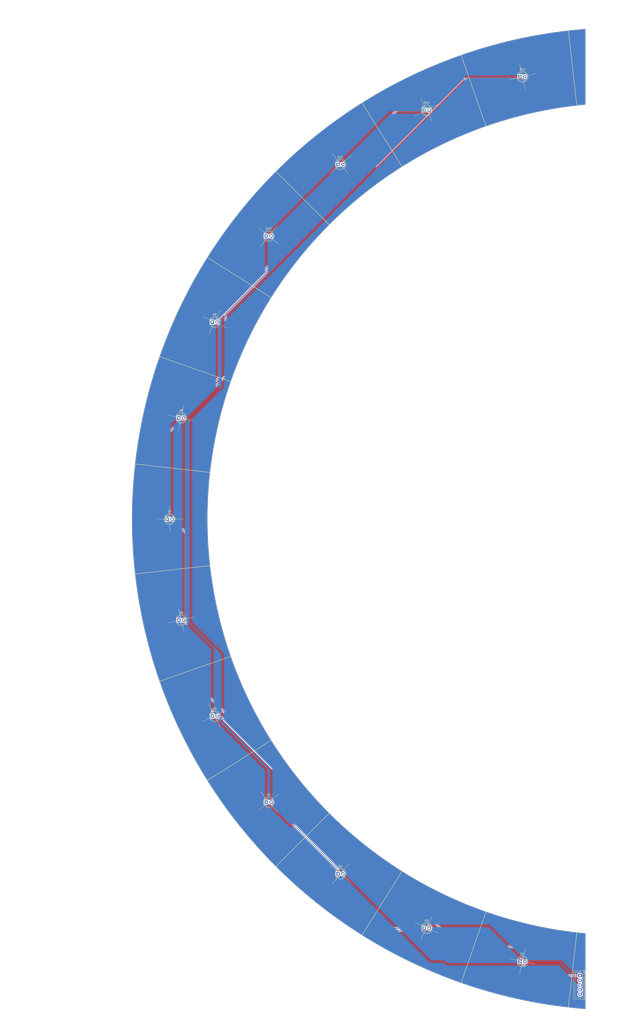
<source format=kicad_pcb>
(kicad_pcb (version 20221018) (generator pcbnew)
  (layers (0 "F.Cu" signal) (31 "B.Cu" signal) (34 "B.Paste" user) (35 "F.Paste" user) (36 "B.SilkS" user "B.Silkscreen") (37 "F.SilkS" user "F.Silkscreen") (38 "B.Mask" user) (39 "F.Mask" user) (44 "Edge.Cuts" user))
  (net 0 "")
  (net 1 "NOWCAST_B")
  (net 2 "NOWCAST_A")
  (net 3 "NOWCAST_C")
  (net 4 "NOWCAST_D")
  (net 5 "NOWCAST_E")
  (footprint "LED_THT:LED_D5.0mm" (layer "F.Cu") (at 701.56 461.2)
    (fp_text reference "D9" (at 1.27 -3.96) (layer "F.SilkS"))
    (fp_text value "LED")
    (fp_line (start -1.29 -1.545) (end -1.29 1.545) (stroke (width 0.12)) (layer "F.SilkS"))
    (fp_arc (start -1.29 -1.54483) (mid 2.072002 -2.880433) (end 4.26 0.000462) (stroke (width 0.12)) (layer "F.SilkS"))
    (fp_arc (start 4.26 -0.000462) (mid 2.072002 2.880433) (end -1.29 1.54483) (stroke (width 0.12)) (layer "F.SilkS"))
    (fp_circle (center 1.27 0) (end 3.77 0) (stroke (width 0.12)) (fill none) (layer "F.SilkS"))
    (pad "1" thru_hole rect (at 0 0) (size 1.8 1.8) (drill 0.9) (layers "*.Cu" "*.Mask") (net 2 "NOWCAST_A"))
    (pad "2" thru_hole circle (at 2.54 0) (size 1.8 1.8) (drill 0.9) (layers "*.Cu" "*.Mask") (net 3 "NOWCAST_C"))
  )
  (footprint "LED_THT:LED_D5.0mm" (layer "F.Cu") (at 683.825 511.875)
    (fp_text reference "D8" (at 1.27 -3.96) (layer "F.SilkS"))
    (fp_text value "LED")
    (fp_line (start -1.29 -1.545) (end -1.29 1.545) (stroke (width 0.12)) (layer "F.SilkS"))
    (fp_arc (start -1.29 -1.54483) (mid 2.072002 -2.880433) (end 4.26 0.000462) (stroke (width 0.12)) (layer "F.SilkS"))
    (fp_arc (start 4.26 -0.000462) (mid 2.072002 2.880433) (end -1.29 1.54483) (stroke (width 0.12)) (layer "F.SilkS"))
    (fp_circle (center 1.27 0) (end 3.77 0) (stroke (width 0.12)) (fill none) (layer "F.SilkS"))
    (pad "1" thru_hole rect (at 0 0) (size 1.8 1.8) (drill 0.9) (layers "*.Cu" "*.Mask") (net 5 "NOWCAST_E"))
    (pad "2" thru_hole circle (at 2.54 0) (size 1.8 1.8) (drill 0.9) (layers "*.Cu" "*.Mask") (net 4 "NOWCAST_D"))
  )
  (footprint "LED_THT:LED_D5.0mm" (layer "F.Cu") (at 864.36 331.425)
    (fp_text reference "D13" (at 1.27 -3.96) (layer "F.SilkS"))
    (fp_text value "LED")
    (fp_line (start -1.29 -1.545) (end -1.29 1.545) (stroke (width 0.12)) (layer "F.SilkS"))
    (fp_arc (start -1.29 -1.54483) (mid 2.072002 -2.880433) (end 4.26 0.000462) (stroke (width 0.12)) (layer "F.SilkS"))
    (fp_arc (start 4.26 -0.000462) (mid 2.072002 2.880433) (end -1.29 1.54483) (stroke (width 0.12)) (layer "F.SilkS"))
    (fp_circle (center 1.27 0) (end 3.77 0) (stroke (width 0.12)) (fill none) (layer "F.SilkS"))
    (pad "1" thru_hole rect (at 0 0) (size 1.8 1.8) (drill 0.9) (layers "*.Cu" "*.Mask") (net 1 "NOWCAST_B"))
    (pad "2" thru_hole circle (at 2.54 0) (size 1.8 1.8) (drill 0.9) (layers "*.Cu" "*.Mask") (net 4 "NOWCAST_D"))
  )
  (footprint "LED_THT:LED_D5.0mm" (layer "F.Cu") (at 730.15 715.075)
    (fp_text reference "D4" (at 1.27 -3.96) (layer "F.SilkS"))
    (fp_text value "LED")
    (fp_line (start -1.29 -1.545) (end -1.29 1.545) (stroke (width 0.12)) (layer "F.SilkS"))
    (fp_arc (start -1.29 -1.54483) (mid 2.072002 -2.880433) (end 4.26 0.000462) (stroke (width 0.12)) (layer "F.SilkS"))
    (fp_arc (start 4.26 -0.000462) (mid 2.072002 2.880433) (end -1.29 1.54483) (stroke (width 0.12)) (layer "F.SilkS"))
    (fp_circle (center 1.27 0) (end 3.77 0) (stroke (width 0.12)) (fill none) (layer "F.SilkS"))
    (pad "1" thru_hole rect (at 0 0) (size 1.8 1.8) (drill 0.9) (layers "*.Cu" "*.Mask") (net 3 "NOWCAST_C"))
    (pad "2" thru_hole circle (at 2.54 0) (size 1.8 1.8) (drill 0.9) (layers "*.Cu" "*.Mask") (net 1 "NOWCAST_B"))
  )
  (footprint "LED_THT:LED_D5.0mm" (layer "F.Cu") (at 677.775 565.375)
    (fp_text reference "D7" (at 1.27 -3.96) (layer "F.SilkS"))
    (fp_text value "LED")
    (fp_line (start -1.29 -1.545) (end -1.29 1.545) (stroke (width 0.12)) (layer "F.SilkS"))
    (fp_arc (start -1.29 -1.54483) (mid 2.072002 -2.880433) (end 4.26 0.000462) (stroke (width 0.12)) (layer "F.SilkS"))
    (fp_arc (start 4.26 -0.000462) (mid 2.072002 2.880433) (end -1.29 1.54483) (stroke (width 0.12)) (layer "F.SilkS"))
    (fp_circle (center 1.27 0) (end 3.77 0) (stroke (width 0.12)) (fill none) (layer "F.SilkS"))
    (pad "1" thru_hole rect (at 0 0) (size 1.8 1.8) (drill 0.9) (layers "*.Cu" "*.Mask") (net 4 "NOWCAST_D"))
    (pad "2" thru_hole circle (at 2.54 0) (size 1.8 1.8) (drill 0.9) (layers "*.Cu" "*.Mask") (net 5 "NOWCAST_E"))
  )
  (footprint "LED_THT:LED_D5.0mm" (layer "F.Cu") (at 864.36 799.375)
    (fp_text reference "D1" (at 1.27 -3.96) (layer "F.SilkS"))
    (fp_text value "LED")
    (fp_line (start -1.29 -1.545) (end -1.29 1.545) (stroke (width 0.12)) (layer "F.SilkS"))
    (fp_arc (start -1.29 -1.54483) (mid 2.072002 -2.880433) (end 4.26 0.000462) (stroke (width 0.12)) (layer "F.SilkS"))
    (fp_arc (start 4.26 -0.000462) (mid 2.072002 2.880433) (end -1.29 1.54483) (stroke (width 0.12)) (layer "F.SilkS"))
    (fp_circle (center 1.27 0) (end 3.77 0) (stroke (width 0.12)) (fill none) (layer "F.SilkS"))
    (pad "1" thru_hole rect (at 0 0) (size 1.8 1.8) (drill 0.9) (layers "*.Cu" "*.Mask") (net 2 "NOWCAST_A"))
    (pad "2" thru_hole circle (at 2.54 0) (size 1.8 1.8) (drill 0.9) (layers "*.Cu" "*.Mask") (net 1 "NOWCAST_B"))
  )
  (footprint "LED_THT:LED_D5.0mm" (layer "F.Cu") (at 768.075 377.775)
    (fp_text reference "D11" (at 1.27 -3.96) (layer "F.SilkS"))
    (fp_text value "LED")
    (fp_line (start -1.29 -1.545) (end -1.29 1.545) (stroke (width 0.12)) (layer "F.SilkS"))
    (fp_arc (start -1.29 -1.54483) (mid 2.072002 -2.880433) (end 4.26 0.000462) (stroke (width 0.12)) (layer "F.SilkS"))
    (fp_arc (start 4.26 -0.000462) (mid 2.072002 2.880433) (end -1.29 1.54483) (stroke (width 0.12)) (layer "F.SilkS"))
    (fp_circle (center 1.27 0) (end 3.77 0) (stroke (width 0.12)) (fill none) (layer "F.SilkS"))
    (pad "1" thru_hole rect (at 0 0) (size 1.8 1.8) (drill 0.9) (layers "*.Cu" "*.Mask") (net 3 "NOWCAST_C"))
    (pad "2" thru_hole circle (at 2.54 0) (size 1.8 1.8) (drill 0.9) (layers "*.Cu" "*.Mask") (net 5 "NOWCAST_E"))
  )
  (footprint "LED_THT:LED_D5.0mm" (layer "F.Cu") (at 701.635 669.625)
    (fp_text reference "D5" (at 1.27 -3.96) (layer "F.SilkS"))
    (fp_text value "LED")
    (fp_line (start -1.29 -1.545) (end -1.29 1.545) (stroke (width 0.12)) (layer "F.SilkS"))
    (fp_arc (start -1.29 -1.54483) (mid 2.072002 -2.880433) (end 4.26 0.000462) (stroke (width 0.12)) (layer "F.SilkS"))
    (fp_arc (start 4.26 -0.000462) (mid 2.072002 2.880433) (end -1.29 1.54483) (stroke (width 0.12)) (layer "F.SilkS"))
    (fp_circle (center 1.27 0) (end 3.77 0) (stroke (width 0.12)) (fill none) (layer "F.SilkS"))
    (pad "1" thru_hole rect (at 0 0) (size 1.8 1.8) (drill 0.9) (layers "*.Cu" "*.Mask") (net 3 "NOWCAST_C"))
    (pad "2" thru_hole circle (at 2.54 0) (size 1.8 1.8) (drill 0.9) (layers "*.Cu" "*.Mask") (net 4 "NOWCAST_D"))
  )
  (footprint "LED_THT:LED_D5.0mm" (layer "F.Cu") (at 768.1 752.975)
    (fp_text reference "D3" (at 1.27 -3.96) (layer "F.SilkS"))
    (fp_text value "LED")
    (fp_line (start -1.29 -1.545) (end -1.29 1.545) (stroke (width 0.12)) (layer "F.SilkS"))
    (fp_arc (start -1.29 -1.54483) (mid 2.072002 -2.880433) (end 4.26 0.000462) (stroke (width 0.12)) (layer "F.SilkS"))
    (fp_arc (start 4.26 -0.000462) (mid 2.072002 2.880433) (end -1.29 1.54483) (stroke (width 0.12)) (layer "F.SilkS"))
    (fp_circle (center 1.27 0) (end 3.77 0) (stroke (width 0.12)) (fill none) (layer "F.SilkS"))
    (pad "1" thru_hole rect (at 0 0) (size 1.8 1.8) (drill 0.9) (layers "*.Cu" "*.Mask") (net 1 "NOWCAST_B"))
    (pad "2" thru_hole circle (at 2.54 0) (size 1.8 1.8) (drill 0.9) (layers "*.Cu" "*.Mask") (net 3 "NOWCAST_C"))
  )
  (footprint "LED_THT:LED_D5.0mm" (layer "F.Cu") (at 683.9 618.825)
    (fp_text reference "D6" (at 1.27 -3.96) (layer "F.SilkS"))
    (fp_text value "LED")
    (fp_line (start -1.29 -1.545) (end -1.29 1.545) (stroke (width 0.12)) (layer "F.SilkS"))
    (fp_arc (start -1.29 -1.54483) (mid 2.072002 -2.880433) (end 4.26 0.000462) (stroke (width 0.12)) (layer "F.SilkS"))
    (fp_arc (start 4.26 -0.000462) (mid 2.072002 2.880433) (end -1.29 1.54483) (stroke (width 0.12)) (layer "F.SilkS"))
    (fp_circle (center 1.27 0) (end 3.77 0) (stroke (width 0.12)) (fill none) (layer "F.SilkS"))
    (pad "1" thru_hole rect (at 0 0) (size 1.8 1.8) (drill 0.9) (layers "*.Cu" "*.Mask") (net 4 "NOWCAST_D"))
    (pad "2" thru_hole circle (at 2.54 0) (size 1.8 1.8) (drill 0.9) (layers "*.Cu" "*.Mask") (net 3 "NOWCAST_C"))
  )
  (footprint "LED_THT:LED_D5.0mm" (layer "F.Cu") (at 730.125 415.675)
    (fp_text reference "D10" (at 1.27 -3.96) (layer "F.SilkS"))
    (fp_text value "LED")
    (fp_line (start -1.29 -1.545) (end -1.29 1.545) (stroke (width 0.12)) (layer "F.SilkS"))
    (fp_arc (start -1.29 -1.54483) (mid 2.072002 -2.880433) (end 4.26 0.000462) (stroke (width 0.12)) (layer "F.SilkS"))
    (fp_arc (start 4.26 -0.000462) (mid 2.072002 2.880433) (end -1.29 1.54483) (stroke (width 0.12)) (layer "F.SilkS"))
    (fp_circle (center 1.27 0) (end 3.77 0) (stroke (width 0.12)) (fill none) (layer "F.SilkS"))
    (pad "1" thru_hole rect (at 0 0) (size 1.8 1.8) (drill 0.9) (layers "*.Cu" "*.Mask") (net 3 "NOWCAST_C"))
    (pad "2" thru_hole circle (at 2.54 0) (size 1.8 1.8) (drill 0.9) (layers "*.Cu" "*.Mask") (net 2 "NOWCAST_A"))
  )
  (footprint "Connector_JST:JST_XH_B5B-XH-A_1x05_P2.50mm_Vertical" (layer "F.Cu") (at 896.175 806.8 -90)
    (fp_text reference "J1" (at 5 -3.55 90) (layer "F.SilkS"))
    (fp_text value "Conn_01x05_Pin")
    (fp_line (start -2.85 -2.75) (end -2.85 -1.5) (stroke (width 0.12)) (layer "F.SilkS"))
    (fp_line (start -2.56 -2.46) (end -2.56 3.51) (stroke (width 0.12)) (layer "F.SilkS"))
    (fp_line (start -2.56 3.51) (end 12.56 3.51) (stroke (width 0.12)) (layer "F.SilkS"))
    (fp_line (start -2.55 -2.45) (end -2.55 -1.7) (stroke (width 0.12)) (layer "F.SilkS"))
    (fp_line (start -2.55 -1.7) (end -0.75 -1.7) (stroke (width 0.12)) (layer "F.SilkS"))
    (fp_line (start -2.55 -0.2) (end -1.8 -0.2) (stroke (width 0.12)) (layer "F.SilkS"))
    (fp_line (start -1.8 -0.2) (end -1.8 2.75) (stroke (width 0.12)) (layer "F.SilkS"))
    (fp_line (start -1.8 2.75) (end 5 2.75) (stroke (width 0.12)) (layer "F.SilkS"))
    (fp_line (start -1.6 -2.75) (end -2.85 -2.75) (stroke (width 0.12)) (layer "F.SilkS"))
    (fp_line (start -0.75 -2.45) (end -2.55 -2.45) (stroke (width 0.12)) (layer "F.SilkS"))
    (fp_line (start -0.75 -1.7) (end -0.75 -2.45) (stroke (width 0.12)) (layer "F.SilkS"))
    (fp_line (start 0.75 -2.45) (end 0.75 -1.7) (stroke (width 0.12)) (layer "F.SilkS"))
    (fp_line (start 0.75 -1.7) (end 9.25 -1.7) (stroke (width 0.12)) (layer "F.SilkS"))
    (fp_line (start 9.25 -2.45) (end 0.75 -2.45) (stroke (width 0.12)) (layer "F.SilkS"))
    (fp_line (start 9.25 -1.7) (end 9.25 -2.45) (stroke (width 0.12)) (layer "F.SilkS"))
    (fp_line (start 10.75 -2.45) (end 10.75 -1.7) (stroke (width 0.12)) (layer "F.SilkS"))
    (fp_line (start 10.75 -1.7) (end 12.55 -1.7) (stroke (width 0.12)) (layer "F.SilkS"))
    (fp_line (start 11.8 -0.2) (end 11.8 2.75) (stroke (width 0.12)) (layer "F.SilkS"))
    (fp_line (start 11.8 2.75) (end 5 2.75) (stroke (width 0.12)) (layer "F.SilkS"))
    (fp_line (start 12.55 -2.45) (end 10.75 -2.45) (stroke (width 0.12)) (layer "F.SilkS"))
    (fp_line (start 12.55 -1.7) (end 12.55 -2.45) (stroke (width 0.12)) (layer "F.SilkS"))
    (fp_line (start 12.55 -0.2) (end 11.8 -0.2) (stroke (width 0.12)) (layer "F.SilkS"))
    (fp_line (start 12.56 -2.46) (end -2.56 -2.46) (stroke (width 0.12)) (layer "F.SilkS"))
    (fp_line (start 12.56 3.51) (end 12.56 -2.46) (stroke (width 0.12)) (layer "F.SilkS"))
    (pad "1" thru_hole roundrect (at 0 0 270) (size 1.7 1.95) (drill 0.95) (layers "*.Cu" "*.Mask") (roundrect_rratio 0.1470588235) (net 2 "NOWCAST_A"))
    (pad "2" thru_hole oval (at 2.5 0 270) (size 1.7 1.95) (drill 0.95) (layers "*.Cu" "*.Mask") (net 1 "NOWCAST_B"))
    (pad "3" thru_hole oval (at 5 0 270) (size 1.7 1.95) (drill 0.95) (layers "*.Cu" "*.Mask") (net 3 "NOWCAST_C"))
    (pad "4" thru_hole oval (at 7.5 0 270) (size 1.7 1.95) (drill 0.95) (layers "*.Cu" "*.Mask") (net 4 "NOWCAST_D"))
    (pad "5" thru_hole oval (at 10 0 270) (size 1.7 1.95) (drill 0.95) (layers "*.Cu" "*.Mask") (net 5 "NOWCAST_E"))
  )
  (footprint "LED_THT:LED_D5.0mm" (layer "F.Cu") (at 813.725 349.075)
    (fp_text reference "D12" (at 1.27 -3.96) (layer "F.SilkS"))
    (fp_text value "LED")
    (fp_line (start -1.29 -1.545) (end -1.29 1.545) (stroke (width 0.12)) (layer "F.SilkS"))
    (fp_arc (start -1.29 -1.54483) (mid 2.072002 -2.880433) (end 4.26 0.000462) (stroke (width 0.12)) (layer "F.SilkS"))
    (fp_arc (start 4.26 -0.000462) (mid 2.072002 2.880433) (end -1.29 1.54483) (stroke (width 0.12)) (layer "F.SilkS"))
    (fp_circle (center 1.27 0) (end 3.77 0) (stroke (width 0.12)) (fill none) (layer "F.SilkS"))
    (pad "1" thru_hole rect (at 0 0) (size 1.8 1.8) (drill 0.9) (layers "*.Cu" "*.Mask") (net 5 "NOWCAST_E"))
    (pad "2" thru_hole circle (at 2.54 0) (size 1.8 1.8) (drill 0.9) (layers "*.Cu" "*.Mask") (net 3 "NOWCAST_C"))
  )
  (footprint "LED_THT:LED_D5.0mm" (layer "F.Cu") (at 813.7 781.75)
    (fp_text reference "D2" (at 1.27 -3.96) (layer "F.SilkS"))
    (fp_text value "LED")
    (fp_line (start -1.29 -1.545) (end -1.29 1.545) (stroke (width 0.12)) (layer "F.SilkS"))
    (fp_arc (start -1.29 -1.54483) (mid 2.072002 -2.880433) (end 4.26 0.000462) (stroke (width 0.12)) (layer "F.SilkS"))
    (fp_arc (start 4.26 -0.000462) (mid 2.072002 2.880433) (end -1.29 1.54483) (stroke (width 0.12)) (layer "F.SilkS"))
    (fp_circle (center 1.27 0) (end 3.77 0) (stroke (width 0.12)) (fill none) (layer "F.SilkS"))
    (pad "1" thru_hole rect (at 0 0) (size 1.8 1.8) (drill 0.9) (layers "*.Cu" "*.Mask") (net 1 "NOWCAST_B"))
    (pad "2" thru_hole circle (at 2.54 0) (size 1.8 1.8) (drill 0.9) (layers "*.Cu" "*.Mask") (net 2 "NOWCAST_A"))
  )
  (gr_line (start 899.062847 784.400733) (end 899.062847 824.54238) (stroke (width 0.13)) (layer "F.SilkS"))
  (gr_line (start 698.914524 426.984463) (end 732.784314 448.266252) (stroke (width 0.2)) (layer "F.SilkS"))
  (gr_line (start 711.409407 492.651704) (end 673.653169 479.440231) (stroke (width 0.2)) (layer "F.SilkS"))
  (gr_line (start 699.728793 663.16941) (end 705.931794 675.720218) (stroke (width 0.13)) (layer "F.SilkS"))
  (gr_line (start 872.46595 329.70274) (end 858.849521 332.957409) (stroke (width 0.13)) (layer "F.SilkS"))
  (gr_line (start 889.951972 306.94759) (end 894.430684 346.697106) (stroke (width 0.2)) (layer "F.SilkS"))
  (gr_line (start 732.784314 682.359252) (end 698.914524 703.641041) (stroke (width 0.2)) (layer "F.SilkS"))
  (gr_line (start 773.789667 383.146066) (end 765.060807 372.200428) (stroke (width 0.13)) (layer "F.SilkS"))
  (gr_arc (start 899.062847 824.54238) (mid 659.062847 565.312752) (end 899.062847 306.083124) (stroke (width 0.13)) (layer "F.SilkS"))
  (gr_line (start 867.215379 792.470933) (end 864.100081 806.119923) (stroke (width 0.13)) (layer "F.SilkS"))
  (gr_line (start 700.447106 589.94482) (end 660.697671 594.423505) (stroke (width 0.2)) (layer "F.SilkS"))
  (gr_line (start 763.5 409.75) (end 735.215028 381.465045) (stroke (width 0.2)) (layer "F.SilkS"))
  (gr_line (start 727.003097 709.522345) (end 735.843392 720.378182) (stroke (width 0.13)) (layer "F.SilkS"))
  (gr_line (start 683.452809 611.90954) (end 686.707471 625.525971) (stroke (width 0.13)) (layer "F.SilkS"))
  (gr_line (start 686.567943 505.067687) (end 683.592347 518.747812) (stroke (width 0.13)) (layer "F.SilkS"))
  (gr_line (start 780.734427 345.164511) (end 802.016252 379.034314) (stroke (width 0.2)) (layer "F.SilkS"))
  (gr_line (start 846.401704 772.966097) (end 833.190191 810.722383) (stroke (width 0.2)) (layer "F.SilkS"))
  (gr_line (start 736.896066 710.585837) (end 725.950422 719.31469) (stroke (width 0.13)) (layer "F.SilkS"))
  (gr_line (start 691.904635 617.16011) (end 678.255644 620.275401) (stroke (width 0.13)) (layer "F.SilkS"))
  (gr_line (start 821.206078 345.978759) (end 808.655274 352.181766) (stroke (width 0.13)) (layer "F.SilkS"))
  (gr_line (start 763.908075 748.644018) (end 774.942376 757.260526) (stroke (width 0.13)) (layer "F.SilkS"))
  (gr_line (start 774.853153 373.253096) (end 763.997322 382.093398) (stroke (width 0.13)) (layer "F.SilkS"))
  (gr_line (start 678.991286 558.313117) (end 679.134407 572.312386) (stroke (width 0.13)) (layer "F.SilkS"))
  (gr_line (start 867.215385 338.154569) (end 864.100086 324.50558) (stroke (width 0.13)) (layer "F.SilkS"))
  (gr_line (start 817.967864 355.387044) (end 811.893488 342.773481) (stroke (width 0.13)) (layer "F.SilkS"))
  (gr_line (start 858.817668 797.807627) (end 872.497792 800.783229) (stroke (width 0.13)) (layer "F.SilkS"))
  (gr_line (start 773.789656 747.479453) (end 765.060795 758.42509) (stroke (width 0.13)) (layer "F.SilkS"))
  (gr_line (start 700.447106 540.680684) (end 660.697671 536.201999) (stroke (width 0.2)) (layer "F.SilkS"))
  (gr_line (start 691.904641 513.465395) (end 678.25565 510.350103) (stroke (width 0.13)) (layer "F.SilkS"))
  (gr_line (start 899.062847 306.083124) (end 899.062847 346.224771) (stroke (width 0.13)) (layer "F.SilkS"))
  (gr_line (start 735.731507 410.158097) (end 727.115006 421.192403) (stroke (width 0.13)) (layer "F.SilkS"))
  (gr_arc (start 899.062847 784.400733) (mid 699.063798 565.312752) (end 899.062847 346.224771) (stroke (width 0.13)) (layer "F.SilkS"))
  (gr_line (start 709.137086 464.217879) (end 696.523521 458.143509) (stroke (width 0.13)) (layer "F.SilkS"))
  (gr_line (start 846.401704 357.659407) (end 833.190191 319.903121) (stroke (width 0.2)) (layer "F.SilkS"))
  (gr_line (start 802.016252 751.59119) (end 780.734427 785.460993) (stroke (width 0.2)) (layer "F.SilkS"))
  (gr_line (start 736.896078 420.039677) (end 725.950435 411.310822) (stroke (width 0.13)) (layer "F.SilkS"))
  (gr_line (start 894.430684 783.928398) (end 889.951972 823.677914) (stroke (width 0.2)) (layer "F.SilkS"))
  (gr_line (start 711.409407 637.9738) (end 673.653169 651.185273) (stroke (width 0.2)) (layer "F.SilkS"))
  (gr_line (start 817.967851 775.238478) (end 811.893473 787.852039) (stroke (width 0.13)) (layer "F.SilkS"))
  (gr_line (start 705.802856 454.843192) (end 699.857751 467.518196) (stroke (width 0.13)) (layer "F.SilkS"))
  (gr_line (start 808.593162 778.572703) (end 821.268162 784.517814) (stroke (width 0.13)) (layer "F.SilkS"))
  (gr_line (start 709.137076 666.407629) (end 696.523511 672.481999) (stroke (width 0.13)) (layer "F.SilkS"))
  (gr_line (start 763.5 720.875504) (end 735.215028 749.160459) (stroke (width 0.2)) (layer "F.SilkS"))
  (gr_line (start 660.697671 536.201999) (end 660.232282 540.680684) (stroke (width 0.2)) (layer "F.SilkS"))
  (gr_line (start 686.062846 565.312752) (end 672.062846 565.312751) (stroke (width 0.13)) (layer "F.SilkS"))
  (gr_line (start 899.052847 306.093496) (end 899.052847 346.235143) (stroke (width 0.13)) (layer "Edge.Cuts"))
  (gr_line (start 899.052847 784.411105) (end 899.052847 824.552752) (stroke (width 0.13)) (layer "Edge.Cuts"))
  (gr_arc (start 899.052847 784.411105) (mid 699.053798 565.323124) (end 899.052847 346.235143) (stroke (width 0.13)) (layer "Edge.Cuts"))
  (gr_arc (start 899.052847 824.552752) (mid 659.052847 565.323124) (end 899.052847 306.093496) (stroke (width 0.13)) (layer "Edge.Cuts"))
  (segment (start 768.1 750.485) (end 732.69 715.075) (width 0.25) (layer "F.Cu") (net 1))
  (segment (start 768.1 752.975) (end 768.1 750.485) (width 0.25) (layer "F.Cu") (net 1))
  (segment (start 796.875 781.75) (end 768.1 752.975) (width 0.25) (layer "F.Cu") (net 1))
  (segment (start 813.7 781.75) (end 796.875 781.75) (width 0.25) (layer "F.Cu") (net 1))
  (segment (start 896.175 809.3) (end 886.25 799.375) (width 0.25) (layer "B.Cu") (net 1))
  (segment (start 690.3 512.125) (end 707.275 495.15) (width 0.25) (layer "B.Cu") (net 1))
  (segment (start 707.275 495.15) (end 707.275 460.5) (width 0.25) (layer "B.Cu") (net 1))
  (segment (start 707.175 672.05) (end 707.175 636.8) (width 0.25) (layer "B.Cu") (net 1))
  (segment (start 836.35 331.425) (end 864.36 331.425) (width 0.25) (layer "B.Cu") (net 1))
  (segment (start 732.69 697.565) (end 707.175 672.05) (width 0.25) (layer "B.Cu") (net 1))
  (segment (start 866.9 799.375) (end 848.05 780.525) (width 0.25) (layer "B.Cu") (net 1))
  (segment (start 732.69 715.075) (end 732.69 697.565) (width 0.25) (layer "B.Cu") (net 1))
  (segment (start 707.275 460.5) (end 836.35 331.425) (width 0.25) (layer "B.Cu") (net 1))
  (segment (start 690.3 619.925) (end 690.3 512.125) (width 0.25) (layer "B.Cu") (net 1))
  (segment (start 707.175 636.8) (end 690.3 619.925) (width 0.25) (layer "B.Cu") (net 1))
  (segment (start 848.05 780.525) (end 814.925 780.525) (width 0.25) (layer "B.Cu") (net 1))
  (segment (start 814.925 780.525) (end 813.7 781.75) (width 0.25) (layer "B.Cu") (net 1))
  (segment (start 886.25 799.375) (end 866.9 799.375) (width 0.25) (layer "B.Cu") (net 1))
  (segment (start 673.5 641.35) (end 695.175 663.025) (width 0.25) (layer "F.Cu") (net 2))
  (segment (start 815.015 782.975) (end 816.24 781.75) (width 0.25) (layer "F.Cu") (net 2))
  (segment (start 673.5 517.35) (end 673.5 641.35) (width 0.25) (layer "F.Cu") (net 2))
  (segment (start 896.175 806.8) (end 871.785 806.8) (width 0.25) (layer "F.Cu") (net 2))
  (segment (start 701.56 489.29) (end 673.5 517.35) (width 0.25) (layer "F.Cu") (net 2))
  (segment (start 701.56 461.2) (end 701.56 489.29) (width 0.25) (layer "F.Cu") (net 2))
  (segment (start 695.175 682.5) (end 795.65 782.975) (width 0.25) (layer "F.Cu") (net 2))
  (segment (start 871.785 806.8) (end 864.36 799.375) (width 0.25) (layer "F.Cu") (net 2))
  (segment (start 732.665 415.675) (end 732.665 430.095) (width 0.25) (layer "F.Cu") (net 2))
  (segment (start 732.665 430.095) (end 701.56 461.2) (width 0.25) (layer "F.Cu") (net 2))
  (segment (start 833.865 799.375) (end 816.24 781.75) (width 0.25) (layer "F.Cu") (net 2))
  (segment (start 695.175 663.025) (end 695.175 682.5) (width 0.25) (layer "F.Cu") (net 2))
  (segment (start 795.65 782.975) (end 815.015 782.975) (width 0.25) (layer "F.Cu") (net 2))
  (segment (start 864.36 799.375) (end 833.865 799.375) (width 0.25) (layer "F.Cu") (net 2))
  (segment (start 824.225 799.425) (end 825.634188 800.834188) (width 0.25) (layer "B.Cu") (net 3))
  (segment (start 817.2 799.425) (end 824.225 799.425) (width 0.25) (layer "B.Cu") (net 3))
  (segment (start 730.125 435.175) (end 704.1 461.2) (width 0.25) (layer "B.Cu") (net 3))
  (segment (start 825.634188 800.834188) (end 885.209188 800.834188) (width 0.25) (layer "B.Cu") (net 3))
  (segment (start 800.64 782.975) (end 800.75 782.975) (width 0.25) (layer "B.Cu") (net 3))
  (segment (start 701.635 634.02) (end 686.44 618.825) (width 0.25) (layer "B.Cu") (net 3))
  (segment (start 885.209188 800.834188) (end 896.175 811.8) (width 0.25) (layer "B.Cu") (net 3))
  (segment (start 770.64 752.975) (end 745.215 727.55) (width 0.25) (layer "B.Cu") (net 3))
  (segment (start 686.44 514.135) (end 686.44 618.825) (width 0.25) (layer "B.Cu") (net 3))
  (segment (start 745.215 727.55) (end 742.625 727.55) (width 0.25) (layer "B.Cu") (net 3))
  (segment (start 768.075 377.775) (end 730.175 415.675) (width 0.25) (layer "B.Cu") (net 3))
  (segment (start 795.55 350.3) (end 768.075 377.775) (width 0.25) (layer "B.Cu") (net 3))
  (segment (start 704.1 496.475) (end 686.44 514.135) (width 0.25) (layer "B.Cu") (net 3))
  (segment (start 730.125 415.675) (end 730.125 435.175) (width 0.25) (layer "B.Cu") (net 3))
  (segment (start 704.1 461.2) (end 704.1 496.475) (width 0.25) (layer "B.Cu") (net 3))
  (segment (start 701.635 669.625) (end 701.635 634.02) (width 0.25) (layer "B.Cu") (net 3))
  (segment (start 730.15 698.14) (end 701.635 669.625) (width 0.25) (layer "B.Cu") (net 3))
  (segment (start 815.04 350.3) (end 795.55 350.3) (width 0.25) (layer "B.Cu") (net 3))
  (segment (start 800.75 782.975) (end 817.2 799.425) (width 0.25) (layer "B.Cu") (net 3))
  (segment (start 816.265 349.075) (end 815.04 350.3) (width 0.25) (layer "B.Cu") (net 3))
  (segment (start 730.175 415.675) (end 730.125 415.675) (width 0.25) (layer "B.Cu") (net 3))
  (segment (start 770.64 752.975) (end 800.64 782.975) (width 0.25) (layer "B.Cu") (net 3))
  (segment (start 730.15 715.075) (end 730.15 698.14) (width 0.25) (layer "B.Cu") (net 3))
  (segment (start 742.625 727.55) (end 730.15 715.075) (width 0.25) (layer "B.Cu") (net 3))
  (segment (start 686.365 511.875) (end 708.625 489.615) (width 0.25) (layer "F.Cu") (net 4))
  (segment (start 677.775 565.375) (end 677.775 520.465) (width 0.25) (layer "F.Cu") (net 4))
  (segment (start 834.372412 798.15) (end 889.663173 798.15) (width 0.25) (layer "F.Cu") (net 4))
  (segment (start 865.675 332.65) (end 866.9 331.425) (width 0.25) (layer "F.Cu") (net 4))
  (segment (start 683.9 571.5) (end 677.775 565.375) (width 0.25) (layer "F.Cu") (net 4))
  (segment (start 787.375 378.275) (end 788.797412 378.275) (width 0.25) (layer "F.Cu") (net 4))
  (segment (start 897.475 805.961827) (end 897.475 813) (width 0.25) (layer "F.Cu") (net 4))
  (segment (start 708.625 489.615) (end 708.625 457.05) (width 0.25) (layer "F.Cu") (net 4))
  (segment (start 788.797412 378.275) (end 834.422412 332.65) (width 0.25) (layer "F.Cu") (net 4))
  (segment (start 683.9 618.825) (end 683.9 571.5) (width 0.25) (layer "F.Cu") (net 4))
  (segment (start 897.475 813) (end 896.175 814.3) (width 0.25) (layer "F.Cu") (net 4))
  (segment (start 733.35 432.3) (end 787.375 378.275) (width 0.25) (layer "F.Cu") (net 4))
  (segment (start 889.663173 798.15) (end 897.475 805.961827) (width 0.25) (layer "F.Cu") (net 4))
  (segment (start 733.35 432.325) (end 733.35 432.3) (width 0.25) (layer "F.Cu") (net 4))
  (segment (start 704.175 669.625) (end 705.847412 669.625) (width 0.25) (layer "F.Cu") (net 4))
  (segment (start 704.175 669.625) (end 683.9 649.35) (width 0.25) (layer "F.Cu") (net 4))
  (segment (start 834.422412 332.65) (end 865.675 332.65) (width 0.25) (layer "F.Cu") (net 4))
  (segment (start 705.847412 669.625) (end 834.372412 798.15) (width 0.25) (layer "F.Cu") (net 4))
  (segment (start 683.9 649.35) (end 683.9 618.825) (width 0.25) (layer "F.Cu") (net 4))
  (segment (start 708.625 457.05) (end 733.35 432.325) (width 0.25) (layer "F.Cu") (net 4))
  (segment (start 677.775 520.465) (end 686.365 511.875) (width 0.25) (layer "F.Cu") (net 4))
  (segment (start 799.315 349.075) (end 770.615 377.775) (width 0.25) (layer "F.Cu") (net 5))
  (segment (start 883.875 791.65) (end 832.1 791.65) (width 0.25) (layer "F.Cu") (net 5))
  (segment (start 813.725 349.075) (end 799.315 349.075) (width 0.25) (layer "F.Cu") (net 5))
  (segment (start 770.615 393.735) (end 770.615 377.775) (width 0.25) (layer "F.Cu") (net 5))
  (segment (start 832.1 791.65) (end 687.65 647.2) (width 0.25) (layer "F.Cu") (net 5))
  (segment (start 687.665 645.247896) (end 687.665 645.075) (width 0.25) (layer "F.Cu") (net 5))
  (segment (start 687.665 572.725) (end 680.315 565.375) (width 0.25) (layer "F.Cu") (net 5))
  (segment (start 705.325 490.375) (end 705.325 459.025) (width 0.25) (layer "F.Cu") (net 5))
  (segment (start 897.924501 805.699501) (end 883.875 791.65) (width 0.25) (layer "F.Cu") (net 5))
  (segment (start 687.65 645.09) (end 687.665 645.075) (width 0.25) (layer "F.Cu") (net 5))
  (segment (start 683.825 511.875) (end 705.325 490.375) (width 0.25) (layer "F.Cu") (net 5))
  (segment (start 897.924501 815.050499) (end 897.924501 805.699501) (width 0.25) (layer "F.Cu") (net 5))
  (segment (start 896.175 816.8) (end 897.924501 815.050499) (width 0.25) (layer "F.Cu") (net 5))
  (segment (start 705.325 459.025) (end 770.615 393.735) (width 0.25) (layer "F.Cu") (net 5))
  (segment (start 687.665 645.075) (end 687.665 572.725) (width 0.25) (layer "F.Cu") (net 5))
  (segment (start 687.65 647.2) (end 687.65 645.09) (width 0.25) (layer "F.Cu") (net 5))
  (segment (start 680.315 515.385) (end 683.825 511.875) (width 0.25) (layer "B.Cu") (net 5))
  (segment (start 680.315 565.375) (end 680.315 515.385) (width 0.25) (layer "B.Cu") (net 5))
  (zone (net 0) (net_name "") (layer "F.Cu") (connect_pads (clearance 0.5)) (min_thickness 0.25) (fill yes (thermal_gap 0.5) (thermal_bridge_width 0.5) (island_removal_mode 1) (island_area_min 10))
    (polygon (pts (xy 915.67 831.85) (xy 589.28 831.85) (xy 589.28 293.37) (xy 915.67 290.83)))
  )
  (zone (net 0) (net_name "") (layer "B.Cu") (priority 1) (connect_pads (clearance 0.5)) (min_thickness 0.25) (fill yes (thermal_gap 0.5) (thermal_bridge_width 0.5) (island_removal_mode 1) (island_area_min 10))
    (polygon (pts (xy 589.28 295.91) (xy 915.67 290.83) (xy 915.67 831.85) (xy 589.28 831.85)))
  )
)
</source>
